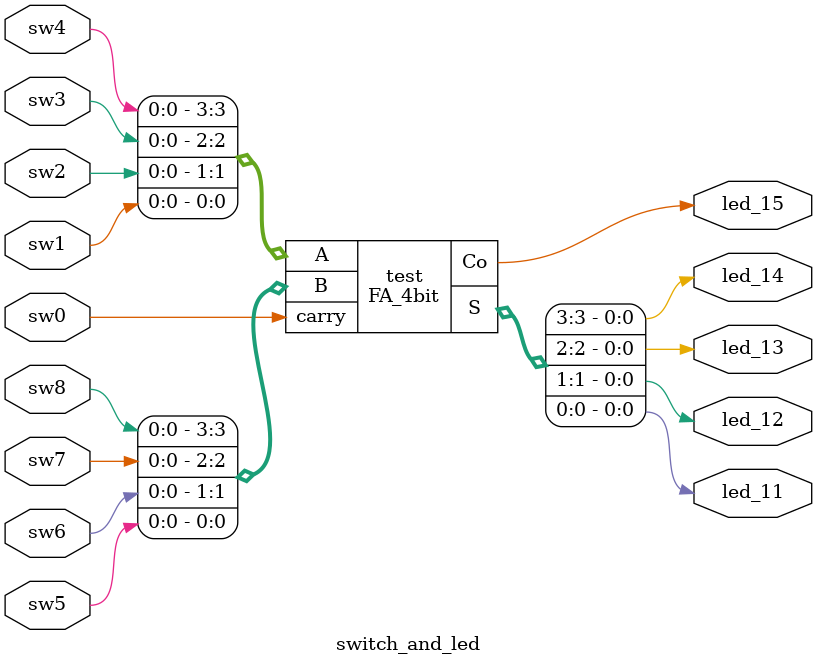
<source format=v>
`timescale 1ns / 1ps

module fa(S,Co,A,B,Ci);
    output S;
    output Co;
    input A,B;
    input Ci;
    
    wire X;
    wire Y;
    wire Z;
    xor(X,A,B);
    xor(S,X,Ci);
    and(Y,X,Ci);
    and(Z,A,B);
    or(Co,Y,Z);
    
endmodule
module FA_4bit(
    input carry,
    input [3:0] A,
    input [3:0] B,
    output Co,
    output [3:0] S
    );
    
    wire w1, w2, w3;
    //(S,Co,A,B,Ci)
   fa bit0(S[0],w1,A[0],B[0],carry);
   fa bit1(S[1],w2,A[1],B[1],w1); 
   fa bit2(S[2],w3,A[2],B[2],w2);
   fa bit3(S[3],Co,A[3],B[3],w3);
endmodule

module switch_and_led(led_11,led_12,led_13,led_14,led_15,sw0,sw1,sw2,sw3,sw4,sw5,sw6,sw7,sw8);
    output led_11;
    output led_12;
    output led_13;
    output led_14;
    output led_15;
    input sw0;
    input sw1;
    input sw2;
    input sw3;
    input sw4;
    input sw5;
    input sw6;
    input sw7;
    input sw8;
    
    FA_4bit test(sw0,{sw4,sw3,sw2,sw1},{sw8,sw7,sw6,sw5},led_15,{led_14,led_13,led_12,led_11});
    //input carry,
    //input [3:0] A,
    //input [3:0] B,
    //output Co,
    //output [3:0] S
    
    
endmodule  
    
 
</source>
